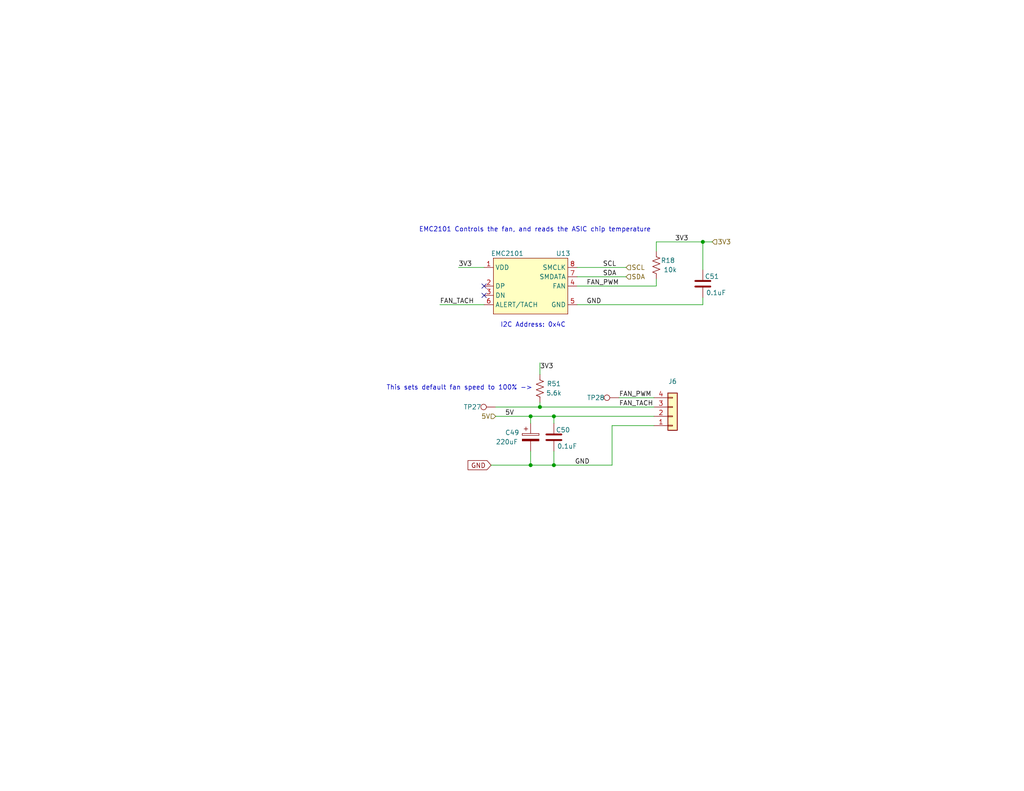
<source format=kicad_sch>
(kicad_sch (version 20231120) (generator "eeschema") (generator_version "8.0")
  (paper "A")
  (title_block (title "Bitaxe Ultra") (date "2023-12-10") (rev "204"))
  (lib_symbols
    (symbol "Connector:TestPoint" (pin_numbers hide) (pin_names (offset 0.762) hide)
      (property "Reference" "TP" (at 0 6.858 0))
      (property "Value" "TestPoint" (at 0 5.08 0))
      (symbol "TestPoint_0_1"
        (circle (center 0 3.302) (radius 0.762))
      )
      (symbol "TestPoint_1_1"
        (pin passive line (at 0 0 90) (length 2.54) (name "1") (number "1"))
      )
    )
    (symbol "Connector_Generic:Conn_01x04" (pin_names (offset 1.016) hide)
      (property "Reference" "J" (at 0 5.08 0))
      (property "Value" "Conn_01x04" (at 0 -7.62 0))
      (symbol "Conn_01x04_1_1"
        (rectangle (start -1.27 -4.953) (end 0 -5.207) (stroke (width 0.1524)))
        (rectangle (start -1.27 -2.413) (end 0 -2.667) (stroke (width 0.1524)))
        (rectangle (start -1.27 0.127) (end 0 -0.127) (stroke (width 0.1524)))
        (rectangle (start -1.27 2.667) (end 0 2.413) (stroke (width 0.1524)))
        (rectangle (start -1.27 3.81) (end 1.27 -6.35) (stroke (width 0.254)) (fill (type background)))
        (pin passive line (at -5.08 2.54 0) (length 3.81) (name "Pin_1") (number "1"))
        (pin passive line (at -5.08 0 0) (length 3.81) (name "Pin_2") (number "2"))
        (pin passive line (at -5.08 -2.54 0) (length 3.81) (name "Pin_3") (number "3"))
        (pin passive line (at -5.08 -5.08 0) (length 3.81) (name "Pin_4") (number "4"))
      )
    )
    (symbol "Device:C" (pin_numbers hide) (pin_names (offset 0.254))
      (property "Reference" "C" (at 0.635 2.54 0))
      (property "Value" "C" (at 0.635 -2.54 0))
      (symbol "C_0_1"
        (polyline (pts (xy -2.032 -0.762) (xy 2.032 -0.762)) (stroke (width 0.508)))
        (polyline (pts (xy -2.032 0.762) (xy 2.032 0.762)) (stroke (width 0.508)))
      )
      (symbol "C_1_1"
        (pin passive line (at 0 3.81 270) (length 2.794) (name "~") (number "1"))
        (pin passive line (at 0 -3.81 90) (length 2.794) (name "~") (number "2"))
      )
    )
    (symbol "Device:C_Polarized" (pin_numbers hide) (pin_names (offset 0.254))
      (property "Reference" "C" (at 0.635 2.54 0))
      (property "Value" "C_Polarized" (at 0.635 -2.54 0))
      (symbol "C_Polarized_0_1"
        (rectangle (start -2.286 0.508) (end 2.286 1.016))
        (polyline (pts (xy -1.778 2.286) (xy -0.762 2.286)))
        (polyline (pts (xy -1.27 2.794) (xy -1.27 1.778)))
        (rectangle (start 2.286 -0.508) (end -2.286 -1.016) (fill (type outline)))
      )
      (symbol "C_Polarized_1_1"
        (pin passive line (at 0 3.81 270) (length 2.794) (name "~") (number "1"))
        (pin passive line (at 0 -3.81 90) (length 2.794) (name "~") (number "2"))
      )
    )
    (symbol "Device:R_US" (pin_numbers hide) (pin_names (offset 0))
      (property "Reference" "R" (at 2.54 0 90))
      (property "Value" "R_US" (at -2.54 0 90))
      (symbol "R_US_0_1"
        (polyline (pts (xy 0 -2.286) (xy 0 -2.54)))
        (polyline (pts (xy 0 2.286) (xy 0 2.54)))
        (polyline (pts (xy 0 -0.762) (xy 1.016 -1.143) (xy 0 -1.524) (xy -1.016 -1.905) (xy 0 -2.286)))
        (polyline (pts (xy 0 0.762) (xy 1.016 0.381) (xy 0 0) (xy -1.016 -0.381) (xy 0 -0.762)))
        (polyline (pts (xy 0 2.286) (xy 1.016 1.905) (xy 0 1.524) (xy -1.016 1.143) (xy 0 0.762)))
      )
      (symbol "R_US_1_1"
        (pin passive line (at 0 3.81 270) (length 1.27) (name "~") (number "1"))
        (pin passive line (at 0 -3.81 90) (length 1.27) (name "~") (number "2"))
      )
    )
    (symbol "bitaxe:EMC2101"
      (property "Reference" "U7" (at 8.89 8.89 0))
      (property "Value" "EMC2101" (at -6.35 8.89 0))
      (symbol "EMC2101_0_1"
        (rectangle (start -10.16 7.62) (end 10.16 -7.62) (stroke (width 0.1524)) (fill (type background)))
      )
      (symbol "EMC2101_1_1"
        (pin power_in line (at -12.7 5.08 0) (length 2.54) (name "VDD") (number "1"))
        (pin input line (at -12.7 0 0) (length 2.54) (name "DP") (number "2"))
        (pin input line (at -12.7 -2.54 0) (length 2.54) (name "DN") (number "3"))
        (pin output line (at 12.7 0 180) (length 2.54) (name "FAN") (number "4"))
        (pin power_in line (at 12.7 -5.08 180) (length 2.54) (name "GND") (number "5"))
        (pin input line (at -12.7 -5.08 0) (length 2.54) (name "ALERT/TACH") (number "6"))
        (pin input line (at 12.7 2.54 180) (length 2.54) (name "SMDATA") (number "7"))
        (pin input line (at 12.7 5.08 180) (length 2.54) (name "SMCLK") (number "8"))
      )
    )
  )
  (junction (at 191.77 66.04))
  (junction (at 151.13 113.665))
  (junction (at 147.32 111.125))
  (junction (at 144.78 113.665))
  (junction (at 144.78 127))
  (junction (at 151.13 127))
  (no_connect (at 132.08 78.105))
  (no_connect (at 132.08 80.645))
  (wire (pts (xy 157.48 73.025) (xy 170.815 73.025)))
  (wire (pts (xy 144.78 123.19) (xy 144.78 127)))
  (wire (pts (xy 135.255 111.125) (xy 147.32 111.125)))
  (wire (pts (xy 144.78 127) (xy 151.13 127)))
  (wire (pts (xy 179.07 66.04) (xy 191.77 66.04)))
  (wire (pts (xy 194.31 66.04) (xy 191.77 66.04)))
  (wire (pts (xy 120.015 83.185) (xy 132.08 83.185)))
  (wire (pts (xy 147.32 111.125) (xy 178.435 111.125)))
  (wire (pts (xy 157.48 75.565) (xy 170.815 75.565)))
  (wire (pts (xy 144.78 113.665) (xy 151.13 113.665)))
  (wire (pts (xy 167.005 116.205) (xy 167.005 127)))
  (wire (pts (xy 125.095 73.025) (xy 132.08 73.025)))
  (wire (pts (xy 191.77 81.28) (xy 191.77 83.185)))
  (wire (pts (xy 191.77 66.04) (xy 191.77 73.66)))
  (wire (pts (xy 179.07 66.04) (xy 179.07 68.58)))
  (wire (pts (xy 151.13 113.665) (xy 178.435 113.665)))
  (wire (pts (xy 151.13 113.665) (xy 151.13 115.57)))
  (wire (pts (xy 179.07 78.105) (xy 179.07 76.2)))
  (wire (pts (xy 167.005 116.205) (xy 178.435 116.205)))
  (wire (pts (xy 168.91 108.585) (xy 178.435 108.585)))
  (wire (pts (xy 157.48 83.185) (xy 191.77 83.185)))
  (wire (pts (xy 147.32 109.855) (xy 147.32 111.125)))
  (wire (pts (xy 157.48 78.105) (xy 179.07 78.105)))
  (wire (pts (xy 135.255 113.665) (xy 144.78 113.665)))
  (wire (pts (xy 133.985 127) (xy 144.78 127)))
  (wire (pts (xy 144.78 113.665) (xy 144.78 115.57)))
  (wire (pts (xy 151.13 127) (xy 167.005 127)))
  (wire (pts (xy 147.32 99.06) (xy 147.32 102.235)))
  (wire (pts (xy 151.13 123.19) (xy 151.13 127)))
  (text "EMC2101 Controls the fan, and reads the ASIC chip temperature" (at 114.3 63.5 0) (effects (font (size 1.27 1.27)) (justify left bottom)))
  (text "This sets default fan speed to 100% ->" (at 105.41 106.68 0) (effects (font (size 1.27 1.27)) (justify left bottom)))
  (text "I2C Address: 0x4C" (at 136.525 89.535 0) (effects (font (size 1.27 1.27)) (justify left bottom)))
  (label "FAN_PWM" (at 160.02 78.105 0))
  (label "GND" (at 160.02 83.185 0))
  (label "SCL" (at 164.465 73.025 0))
  (label "3V3" (at 147.32 100.965 0))
  (label "FAN_TACH" (at 120.015 83.185 0))
  (label "GND" (at 156.845 127 0))
  (label "FAN_PWM" (at 168.91 108.585 0))
  (label "3V3" (at 184.15 66.04 0))
  (label "3V3" (at 125.095 73.025 0))
  (label "5V" (at 137.795 113.665 0))
  (label "SDA" (at 164.465 75.565 0))
  (label "FAN_TACH" (at 168.91 111.125 0))
  (global_label "GND" (shape input) (at 133.985 127 180) (property "Intersheetrefs" "${INTERSHEET_REFS}" (effects (hide yes))))
  (hierarchical_label "5V" (shape input) (at 135.255 113.665 180))
  (hierarchical_label "SCL" (shape input) (at 170.815 73.025 0))
  (hierarchical_label "SDA" (shape input) (at 170.815 75.565 0))
  (hierarchical_label "3V3" (shape input) (at 194.31 66.04 0))
  (symbol (lib_id "Connector:TestPoint") (at 168.91 108.585 90) (mirror x) (unit 1) (in_bom no)
    (property "Reference" "TP28" (at 162.56 108.585 90))
    (property "Value" "TestPoint" (effects (hide yes)))
    (property "Footprint" "TestPoint:TestPoint_Pad_D1.5mm" (effects (hide yes)))
  )
  (symbol (lib_id "Device:R_US") (at 147.32 106.045 180) (unit 1)
    (property "Reference" "R51" (at 151.13 104.775 0))
    (property "Value" "5.6k" (at 151.13 107.315 0))
    (property "Footprint" "Resistor_SMD:R_0402_1005Metric" (effects (hide yes)))
    (property "DK" "13-RC0402FR-135K6LCT-ND" (effects (hide yes)))
    (property "PARTNO" "RC0402FR-135K6L" (effects (hide yes)))
  )
  (symbol (lib_id "Device:C") (at 191.77 77.47 0) (mirror y) (unit 1)
    (property "Reference" "C51" (at 196.215 76.2 0) (effects (justify left bottom)))
    (property "Value" "0.1uF" (at 198.12 80.645 0) (effects (justify left bottom)))
    (property "Footprint" "Capacitor_SMD:C_0402_1005Metric" (effects (hide yes)))
    (property "DK" "1292-1639-1-ND" (effects (hide yes)))
    (property "PARTNO" "0402X104K100CT" (effects (hide yes)))
  )
  (symbol (lib_id "Device:C") (at 151.13 119.38 0) (mirror y) (unit 1)
    (property "Reference" "C50" (at 155.575 118.11 0) (effects (justify left bottom)))
    (property "Value" "0.1uF" (at 157.48 122.555 0) (effects (justify left bottom)))
    (property "Footprint" "Capacitor_SMD:C_0402_1005Metric" (effects (hide yes)))
    (property "DK" "1292-1639-1-ND" (effects (hide yes)))
    (property "PARTNO" "0402X104K100CT" (effects (hide yes)))
  )
  (symbol (lib_id "Connector_Generic:Conn_01x04") (at 183.515 113.665 0) (mirror x) (unit 1)
    (property "Reference" "J6" (at 183.515 104.14 0))
    (property "Value" "Conn_01x04" (effects (hide yes)))
    (property "Footprint" "bitaxe:470531000" (effects (hide yes)))
    (property "PARTNO" "0470531000" (effects (hide yes)))
    (property "DK" "WM4330-ND" (effects (hide yes)))
  )
  (symbol (lib_id "Connector:TestPoint") (at 135.255 111.125 90) (mirror x) (unit 1) (in_bom no)
    (property "Reference" "TP27" (at 128.905 111.125 90))
    (property "Value" "TestPoint" (effects (hide yes)))
    (property "Footprint" "TestPoint:TestPoint_Pad_D1.5mm" (effects (hide yes)))
  )
  (symbol (lib_id "Device:C_Polarized") (at 144.78 119.38 0) (unit 1)
    (property "Reference" "C49" (at 137.795 118.11 0) (effects (justify left)))
    (property "Value" "220uF" (at 135.255 120.65 0) (effects (justify left)))
    (property "Footprint" "Capacitor_SMD:CP_Elec_6.3x7.7" (effects (hide yes)))
    (property "DK" "732-8422-1-ND" (effects (hide yes)))
    (property "PARTNO" "865080345012" (effects (hide yes)))
  )
  (symbol (lib_id "Device:R_US") (at 179.07 72.39 180) (unit 1)
    (property "Reference" "R18" (at 182.245 71.12 0))
    (property "Value" "10k" (at 182.88 73.66 0))
    (property "Footprint" "Resistor_SMD:R_0402_1005Metric" (effects (hide yes)))
    (property "DK" "311-10KJRCT-ND" (effects (hide yes)))
    (property "PARTNO" "RC0402JR-0710KL" (effects (hide yes)))
  )
  (symbol (lib_id "bitaxe:EMC2101") (at 144.78 78.105 0) (unit 1)
    (property "Reference" "U13" (at 153.67 69.215 0))
    (property "Value" "EMC2101" (at 138.43 69.215 0))
    (property "Footprint" "Package_SO:TSSOP-8_3x3mm_P0.65mm" (effects (hide yes)))
    (property "Datasheet" "https://ww1.microchip.com/downloads/en/DeviceDoc/2101.pdf" (effects (hide yes)))
    (property "DK" "EMC2101-R-ACZL-CT-ND" (effects (hide yes)))
    (property "PARTNO" "EMC2101-R-ACZL-TR" (effects (hide yes)))
  )
)
</source>
